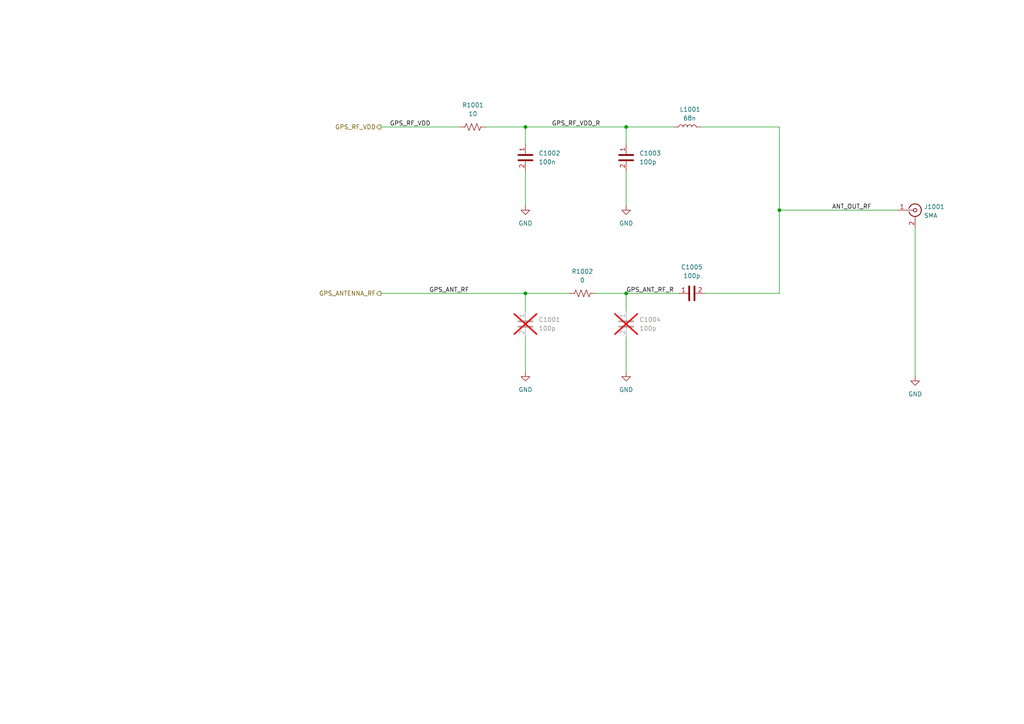
<source format=kicad_sch>
(kicad_sch (version 20250114) (generator "eeschema") (generator_version "9.0")
  (paper "A4")
  (lib_symbols
    (symbol "bfr_capacitors:0402CG101J500NT"
      (property "Reference" "C" (at 0 2.54 0))
      (property "Value" "100p" (at 1.27 2.54 0))
      (symbol "0402CG101J500NT_0_1"
        (polyline (pts (xy -2.032 0.762) (xy 2.032 0.762)) (stroke (width 0.508)))
        (polyline (pts (xy -2.032 -0.762) (xy 2.032 -0.762)) (stroke (width 0.508)))
      )
      (symbol "0402CG101J500NT_1_1"
        (pin passive line (at 0 3.81 270) (length 2.794) (name "~") (number "1"))
        (pin passive line (at 0 -3.81 90) (length 2.794) (name "~") (number "2"))
      )
    )
    (symbol "bfr_capacitors:CL05B104KB54PNC"
      (property "Reference" "C" (at 0 2.54 0))
      (property "Value" "100n" (at 1.27 2.54 0))
      (symbol "CL05B104KB54PNC_0_1"
        (polyline (pts (xy -2.032 0.762) (xy 2.032 0.762)) (stroke (width 0.508)))
        (polyline (pts (xy -2.032 -0.762) (xy 2.032 -0.762)) (stroke (width 0.508)))
      )
      (symbol "CL05B104KB54PNC_1_1"
        (pin passive line (at 0 3.81 270) (length 2.794) (name "~") (number "1"))
        (pin passive line (at 0 -3.81 90) (length 2.794) (name "~") (number "2"))
      )
    )
    (symbol "bfr_connectors:THT_SMA"
      (property "Reference" "J" (at 0 5.08 0))
      (property "Value" "SMA" (at 0 2.54 0))
      (symbol "THT_SMA_0_1"
        (polyline (pts (xy -2.54 0) (xy -0.508 0)))
        (arc (start 1.778 0) (mid 0.222 -1.8079) (end -1.778 -0.508) (stroke (width 0.254)))
        (arc (start -1.778 0.508) (mid 0.2221 1.8084) (end 1.778 0) (stroke (width 0.254)))
        (circle (center 0 0) (radius 0.508) (stroke (width 0.2032)))
        (polyline (pts (xy 0 -2.54) (xy 0 -1.778)))
      )
      (symbol "THT_SMA_1_1"
        (pin passive line (at -5.08 0 0) (length 2.54) (name "") (number "1"))
        (pin passive line (at 0 -5.08 90) (length 2.54) (name "") (number "2"))
      )
    )
    (symbol "bfr_inductors:LQW15AN68NG0ZD" (pin_numbers (hide yes)) (pin_names (offset 1.016) (hide yes))
      (property "Reference" "L" (at -2.794 2.286 0))
      (property "Value" "68n" (at 3.048 2.286 0))
      (symbol "LQW15AN68NG0ZD_0_1"
        (arc (start -2.54 0) (mid -1.905 0.6323) (end -1.27 0))
        (arc (start -1.27 0) (mid -0.635 0.6323) (end 0 0))
        (arc (start 0 0) (mid 0.635 0.6323) (end 1.27 0))
        (arc (start 1.27 0) (mid 1.905 0.6323) (end 2.54 0))
      )
      (symbol "LQW15AN68NG0ZD_1_1"
        (pin passive line (at -3.81 0 0) (length 1.27) (name "1") (number "1"))
        (pin passive line (at 3.81 0 180) (length 1.27) (name "2") (number "2"))
      )
    )
    (symbol "bfr_resistors:RMCF0402FT10R0" (pin_numbers (hide yes))
      (property "Reference" "R" (at 0 2.54 0))
      (property "Value" "10" (at 1.27 2.54 0))
      (symbol "RMCF0402FT10R0_0_1"
        (polyline (pts (xy -2.286 0) (xy -2.54 0)))
        (polyline (pts (xy -2.286 0) (xy -1.905 1.016) (xy -1.524 0) (xy -1.143 -1.016) (xy -0.762 0)))
        (polyline (pts (xy -0.762 0) (xy -0.381 1.016) (xy 0 0) (xy 0.381 -1.016) (xy 0.762 0)))
        (polyline (pts (xy 0.762 0) (xy 1.143 1.016) (xy 1.524 0) (xy 1.905 -1.016) (xy 2.286 0)))
        (polyline (pts (xy 2.286 0) (xy 2.54 0)))
      )
      (symbol "RMCF0402FT10R0_1_1"
        (pin passive line (at -3.81 0 0) (length 1.27) (name "~") (number "1"))
        (pin passive line (at 3.81 0 180) (length 1.27) (name "~") (number "2"))
      )
    )
    (symbol "bfr_resistors:RMCF0402ZT0R00" (pin_numbers (hide yes))
      (property "Reference" "R" (at 0 2.54 0))
      (property "Value" "0" (at 1.27 2.54 0))
      (symbol "RMCF0402ZT0R00_0_1"
        (polyline (pts (xy -2.286 0) (xy -2.54 0)))
        (polyline (pts (xy -2.286 0) (xy -1.905 1.016) (xy -1.524 0) (xy -1.143 -1.016) (xy -0.762 0)))
        (polyline (pts (xy -0.762 0) (xy -0.381 1.016) (xy 0 0) (xy 0.381 -1.016) (xy 0.762 0)))
        (polyline (pts (xy 0.762 0) (xy 1.143 1.016) (xy 1.524 0) (xy 1.905 -1.016) (xy 2.286 0)))
        (polyline (pts (xy 2.286 0) (xy 2.54 0)))
      )
      (symbol "RMCF0402ZT0R00_1_1"
        (pin passive line (at -3.81 0 0) (length 1.27) (name "~") (number "1"))
        (pin passive line (at 3.81 0 180) (length 1.27) (name "~") (number "2"))
      )
    )
    (symbol "power:GND" (power) (pin_numbers (hide yes)) (pin_names (offset 0) (hide yes))
      (property "Value" "GND" (at 0 -3.81 0))
      (symbol "GND_0_1"
        (polyline (pts (xy 0 0) (xy 0 -1.27) (xy 1.27 -1.27) (xy 0 -2.54) (xy -1.27 -1.27) (xy 0 -1.27)))
      )
      (symbol "GND_1_1"
        (pin power_in line (at 0 0 270) (length 0) (name "~") (number "1"))
      )
    )
  )
  (junction (at 152.4 85.09))
  (junction (at 152.4 36.83))
  (junction (at 181.61 85.09))
  (junction (at 181.61 36.83))
  (junction (at 226.06 60.96))
  (wire (pts (xy 181.61 49.53) (xy 181.61 59.69)))
  (wire (pts (xy 181.61 85.09) (xy 196.85 85.09)))
  (wire (pts (xy 181.61 36.83) (xy 195.58 36.83)))
  (wire (pts (xy 152.4 49.53) (xy 152.4 59.69)))
  (wire (pts (xy 181.61 85.09) (xy 172.72 85.09)))
  (wire (pts (xy 152.4 85.09) (xy 152.4 90.17)))
  (wire (pts (xy 203.2 36.83) (xy 226.06 36.83)))
  (wire (pts (xy 181.61 90.17) (xy 181.61 85.09)))
  (wire (pts (xy 110.49 85.09) (xy 152.4 85.09)))
  (wire (pts (xy 226.06 60.96) (xy 260.35 60.96)))
  (wire (pts (xy 140.97 36.83) (xy 152.4 36.83)))
  (wire (pts (xy 181.61 97.79) (xy 181.61 107.95)))
  (wire (pts (xy 181.61 41.91) (xy 181.61 36.83)))
  (wire (pts (xy 152.4 85.09) (xy 165.1 85.09)))
  (wire (pts (xy 152.4 97.79) (xy 152.4 107.95)))
  (wire (pts (xy 265.43 66.04) (xy 265.43 109.22)))
  (wire (pts (xy 110.49 36.83) (xy 133.35 36.83)))
  (wire (pts (xy 152.4 36.83) (xy 181.61 36.83)))
  (wire (pts (xy 152.4 36.83) (xy 152.4 41.91)))
  (wire (pts (xy 226.06 60.96) (xy 226.06 85.09)))
  (wire (pts (xy 226.06 85.09) (xy 204.47 85.09)))
  (wire (pts (xy 226.06 36.83) (xy 226.06 60.96)))
  (label "GPS_RF_VDD" (at 113.03 36.83 0))
  (label "GPS_ANT_RF_R" (at 181.61 85.09 0))
  (label "ANT_OUT_RF" (at 241.3 60.96 0))
  (label "GPS_RF_VDD_R" (at 160.02 36.83 0))
  (label "GPS_ANT_RF" (at 124.46 85.09 0))
  (hierarchical_label "GPS_ANTENNA_RF" (shape output) (at 110.49 85.09 180))
  (hierarchical_label "GPS_RF_VDD" (shape output) (at 110.49 36.83 180))
  (symbol (lib_id "bfr_inductors:LQW15AN68NG0ZD") (at 199.39 36.83 0) (mirror y) (unit 1)
    (property "Reference" "L1001" (at 203.2 31.75 0) (effects (justify left)))
    (property "Value" "68n" (at 201.93 34.29 0) (effects (justify left)))
    (property "Footprint" "Inductor_SMD:L_0402_1005Metric_Pad0.77x0.64mm_HandSolder" (effects (hide yes)))
    (property "Datasheet" "https://www.mouser.com/datasheet/3/76/2/JELF243A_9114.pdf\\" (effects (hide yes)))
    (property "Description" "68nH 140mA 0402 RF Inductor, 2.5GHz SRF, GPS, GNSS, Q=20, 1.96R" (effects (hide yes)))
    (property "Manufacturer P/N" "LQW15AN68NG0ZD" (effects (hide yes)))
    (property "Sim.Device" "SUBCKT" (effects (hide yes)))
    (property "Sim.Pins" "1=P1 2=P2" (effects (hide yes)))
    (property "Manufacturer" "Murata Electronics" (effects (hide yes)))
    (property "Sim.Library" "${BFRUH_DIR}\\Electronics\\spice_models\\bfr_inductors\\DFE322512F-100M.lib" (effects (hide yes)))
    (property "Digikey P/N" "490-17700-2-ND" (effects (hide yes)))
    (property "Mouser P/N" "81-LQW15AN68NG0ZD" (effects (hide yes)))
    (property "Sim.Name" "DFE322512F-100M" (effects (hide yes)))
    (property "Pretty Name" "10uH 1.1A Inductor" (effects (hide yes)))
    (property "LCSC P/N" "C2044127" (effects (hide yes)))
    (property "JLC Basic Part" "No" (effects (hide yes)))
    (property "Order From" "Mouser" (effects (hide yes)))
    (property "Created By" "Tony" (effects (hide yes)))
    (property "JLCPCB Basic Part" "No" (effects (hide yes)))
    (property "Created by" "Manual entry" (effects (hide yes)))
  )
  (symbol (lib_id "power:GND") (at 181.61 107.95 0) (unit 1)
    (property "Reference" "#PWR01002" (effects (hide yes)))
    (property "Value" "GND" (at 181.61 113.03 0))
    (property "Description" "Power symbol creates a global label with name \"GND\" , ground" (effects (hide yes)))
  )
  (symbol (lib_id "bfr_capacitors:0402CG101J500NT") (at 181.61 93.98 0) (unit 1) (dnp yes)
    (property "Reference" "C1004" (at 185.42 92.7099 0) (effects (justify left)))
    (property "Value" "100p" (at 185.42 95.2499 0) (effects (justify left)))
    (property "Footprint" "Capacitor_SMD:C_0402_1005Metric_Pad0.74x0.62mm_HandSolder" (effects (hide yes)))
    (property "Description" "100pF±5% C0G 50V JLCPCB Basic 0402 Capacitor" (effects (hide yes)))
    (property "Sim.Device" "SUBCKT" (effects (hide yes)))
    (property "Sim.Pins" "1=P1 2=P2" (effects (hide yes)))
    (property "Sim.Library" "${BFRUH_DIR}/Electronics/spice_models/bfr_capacitors/0402CG101J500NT.lib" (effects (hide yes)))
    (property "Sim.Name" "0402CG101J500NT" (effects (hide yes)))
    (property "Pretty Name" "100pF C0G 50V 0402 Capacitor" (effects (hide yes)))
    (property "Order From" "LCSC" (effects (hide yes)))
    (property "LCSC P/N" "C1546" (effects (hide yes)))
    (property "JLCPCB Basic Part" "Yes" (effects (hide yes)))
    (property "Created by" "capacitor_generator.py script using jlcbasic_additional_capacitor_spec.txt" (effects (hide yes)))
  )
  (symbol (lib_id "bfr_resistors:RMCF0402FT10R0") (at 137.16 36.83 0) (unit 1)
    (property "Reference" "R1001" (at 137.16 30.48 0))
    (property "Value" "10" (at 137.16 33.02 0))
    (property "Footprint" "Resistor_SMD:R_0402_1005Metric_Pad0.72x0.64mm_HandSolder" (effects (hide yes)))
    (property "Datasheet" "https://www.seielect.com/catalog/sei-rmcf_rmcp.pdf" (effects (hide yes)))
    (property "Description" "10Ω 0402 JLCPCB Basic Resistor" (effects (hide yes)))
    (property "Sim.Device" "SUBCKT" (effects (hide yes)))
    (property "Sim.Pins" "1=P1 2=P2" (effects (hide yes)))
    (property "Sim.Library" "${BFRUH_DIR}/Electronics/spice_models/bfr_resistors/RMCF0402FT10R0.lib" (effects (hide yes)))
    (property "Sim.Name" "RMCF0402FT10R0" (effects (hide yes)))
    (property "Pretty Name" "10Ω 0402 Resistor" (effects (hide yes)))
    (property "Order From" "LCSC" (effects (hide yes)))
    (property "Digikey P/N" "RMCF0402FT10R0CT-ND" (effects (hide yes)))
    (property "Mouser P/N" "708-RMCF0402FT10R0" (effects (hide yes)))
    (property "LCSC P/N" "C25077" (effects (hide yes)))
    (property "JLCPCB Basic Part" "Yes" (effects (hide yes)))
    (property "Created by" "resistor_generator.py script using jlcbasic_0402_1206_resistor_spec.txt" (effects (hide yes)))
  )
  (symbol (lib_id "power:GND") (at 181.61 59.69 0) (unit 1)
    (property "Reference" "#PWR01003" (effects (hide yes)))
    (property "Value" "GND" (at 181.61 64.77 0))
    (property "Description" "Power symbol creates a global label with name \"GND\" , ground" (effects (hide yes)))
  )
  (symbol (lib_id "power:GND") (at 152.4 59.69 0) (unit 1)
    (property "Reference" "#PWR01004" (effects (hide yes)))
    (property "Value" "GND" (at 152.4 64.77 0))
    (property "Description" "Power symbol creates a global label with name \"GND\" , ground" (effects (hide yes)))
  )
  (symbol (lib_id "bfr_capacitors:0402CG101J500NT") (at 152.4 93.98 0) (unit 1) (dnp yes)
    (property "Reference" "C1001" (at 156.21 92.7099 0) (effects (justify left)))
    (property "Value" "100p" (at 156.21 95.2499 0) (effects (justify left)))
    (property "Footprint" "Capacitor_SMD:C_0402_1005Metric_Pad0.74x0.62mm_HandSolder" (effects (hide yes)))
    (property "Description" "100pF±5% C0G 50V JLCPCB Basic 0402 Capacitor" (effects (hide yes)))
    (property "Sim.Device" "SUBCKT" (effects (hide yes)))
    (property "Sim.Pins" "1=P1 2=P2" (effects (hide yes)))
    (property "Sim.Library" "${BFRUH_DIR}/Electronics/spice_models/bfr_capacitors/0402CG101J500NT.lib" (effects (hide yes)))
    (property "Sim.Name" "0402CG101J500NT" (effects (hide yes)))
    (property "Pretty Name" "100pF C0G 50V 0402 Capacitor" (effects (hide yes)))
    (property "Order From" "LCSC" (effects (hide yes)))
    (property "LCSC P/N" "C1546" (effects (hide yes)))
    (property "JLCPCB Basic Part" "Yes" (effects (hide yes)))
    (property "Created by" "capacitor_generator.py script using jlcbasic_additional_capacitor_spec.txt" (effects (hide yes)))
  )
  (symbol (lib_id "bfr_capacitors:CL05B104KB54PNC") (at 152.4 45.72 0) (unit 1)
    (property "Reference" "C1002" (at 156.21 44.4499 0) (effects (justify left)))
    (property "Value" "100n" (at 156.21 46.9899 0) (effects (justify left)))
    (property "Footprint" "Capacitor_SMD:C_0402_1005Metric_Pad0.74x0.62mm_HandSolder" (effects (hide yes)))
    (property "Description" "100nF±10% X7R 50V JLCPCB Basic 0402 Capacitor" (effects (hide yes)))
    (property "Sim.Device" "SUBCKT" (effects (hide yes)))
    (property "Sim.Pins" "1=P1 2=P2" (effects (hide yes)))
    (property "Sim.Library" "${BFRUH_DIR}/Electronics/spice_models/bfr_capacitors/CL05B104KB54PNC.lib" (effects (hide yes)))
    (property "Sim.Name" "CL05B104KB54PNC" (effects (hide yes)))
    (property "Pretty Name" "100nF X7R 50V 0402 Capacitor" (effects (hide yes)))
    (property "Order From" "LCSC" (effects (hide yes)))
    (property "LCSC P/N" "C307331" (effects (hide yes)))
    (property "JLCPCB Basic Part" "Yes" (effects (hide yes)))
    (property "Created by" "capacitor_generator.py script using jlcbasic_additional_capacitor_spec.txt" (effects (hide yes)))
  )
  (symbol (lib_id "power:GND") (at 152.4 107.95 0) (unit 1)
    (property "Reference" "#PWR01001" (effects (hide yes)))
    (property "Value" "GND" (at 152.4 113.03 0))
    (property "Description" "Power symbol creates a global label with name \"GND\" , ground" (effects (hide yes)))
  )
  (symbol (lib_id "power:GND") (at 265.43 109.22 0) (unit 1)
    (property "Reference" "#PWR01005" (effects (hide yes)))
    (property "Value" "GND" (at 265.43 114.3 0))
    (property "Description" "Power symbol creates a global label with name \"GND\" , ground" (effects (hide yes)))
  )
  (symbol (lib_id "bfr_connectors:THT_SMA") (at 265.43 60.96 0) (unit 1)
    (property "Reference" "J1001" (at 267.97 59.9831 0) (effects (justify left)))
    (property "Value" "SMA" (at 267.97 62.5231 0) (effects (justify left)))
    (property "Footprint" "bfr_connectors:THT SMA" (effects (hide yes)))
    (property "Datasheet" "https://suddendocs.samtec.com/prints/sma-j-p-x-st-em1-mkt.pdf" (effects (hide yes)))
    (property "Description" "THT Board MountSMA Coaxial connector" (effects (hide yes)))
    (property "Manufacturer P/N" "SMA-J-P-H-ST-TH1" (effects (hide yes)))
    (property "Manufacturer" "Samtec Inc." (effects (hide yes)))
    (property "Digikey P/N" "SAM8971-ND" (effects (hide yes)))
    (property "Mouser P/N" "200-SMAJPHSTTH1" (effects (hide yes)))
    (property "LCSC P/N" "C5199904" (effects (hide yes)))
    (property "JLC Basic Part" "No" (effects (hide yes)))
    (property "Order From" "Digikey" (effects (hide yes)))
    (property "Created By" "Tony" (effects (hide yes)))
  )
  (symbol (lib_id "bfr_capacitors:0402CG101J500NT") (at 200.66 85.09 90) (unit 1)
    (property "Reference" "C1005" (at 200.66 77.47 90))
    (property "Value" "100p" (at 200.66 80.01 90))
    (property "Footprint" "Capacitor_SMD:C_0402_1005Metric_Pad0.74x0.62mm_HandSolder" (effects (hide yes)))
    (property "Description" "100pF±5% C0G 50V JLCPCB Basic 0402 Capacitor" (effects (hide yes)))
    (property "Sim.Device" "SUBCKT" (effects (hide yes)))
    (property "Sim.Pins" "1=P1 2=P2" (effects (hide yes)))
    (property "Sim.Library" "${BFRUH_DIR}/Electronics/spice_models/bfr_capacitors/0402CG101J500NT.lib" (effects (hide yes)))
    (property "Sim.Name" "0402CG101J500NT" (effects (hide yes)))
    (property "Pretty Name" "100pF C0G 50V 0402 Capacitor" (effects (hide yes)))
    (property "Order From" "LCSC" (effects (hide yes)))
    (property "LCSC P/N" "C1546" (effects (hide yes)))
    (property "JLCPCB Basic Part" "Yes" (effects (hide yes)))
    (property "Created by" "capacitor_generator.py script using jlcbasic_additional_capacitor_spec.txt" (effects (hide yes)))
  )
  (symbol (lib_id "bfr_capacitors:0402CG101J500NT") (at 181.61 45.72 0) (unit 1)
    (property "Reference" "C1003" (at 185.42 44.4499 0) (effects (justify left)))
    (property "Value" "100p" (at 185.42 46.9899 0) (effects (justify left)))
    (property "Footprint" "Capacitor_SMD:C_0402_1005Metric_Pad0.74x0.62mm_HandSolder" (effects (hide yes)))
    (property "Description" "100pF±5% C0G 50V JLCPCB Basic 0402 Capacitor" (effects (hide yes)))
    (property "Sim.Device" "SUBCKT" (effects (hide yes)))
    (property "Sim.Pins" "1=P1 2=P2" (effects (hide yes)))
    (property "Sim.Library" "${BFRUH_DIR}/Electronics/spice_models/bfr_capacitors/0402CG101J500NT.lib" (effects (hide yes)))
    (property "Sim.Name" "0402CG101J500NT" (effects (hide yes)))
    (property "Pretty Name" "100pF C0G 50V 0402 Capacitor" (effects (hide yes)))
    (property "Order From" "LCSC" (effects (hide yes)))
    (property "LCSC P/N" "C1546" (effects (hide yes)))
    (property "JLCPCB Basic Part" "Yes" (effects (hide yes)))
    (property "Created by" "capacitor_generator.py script using jlcbasic_additional_capacitor_spec.txt" (effects (hide yes)))
  )
  (symbol (lib_id "bfr_resistors:RMCF0402ZT0R00") (at 168.91 85.09 0) (unit 1)
    (property "Reference" "R1002" (at 168.91 78.74 0))
    (property "Value" "0" (at 168.91 81.28 0))
    (property "Footprint" "Resistor_SMD:R_0402_1005Metric_Pad0.72x0.64mm_HandSolder" (effects (hide yes)))
    (property "Datasheet" "https://www.seielect.com/catalog/sei-rmcf_rmcp.pdf" (effects (hide yes)))
    (property "Description" "0Ω 0402 JLCPCB Basic Resistor" (effects (hide yes)))
    (property "Sim.Device" "SUBCKT" (effects (hide yes)))
    (property "Sim.Pins" "1=P1 2=P2" (effects (hide yes)))
    (property "Sim.Library" "${BFRUH_DIR}/Electronics/spice_models/bfr_resistors/RMCF0402ZT0R00.lib" (effects (hide yes)))
    (property "Sim.Name" "RMCF0402ZT0R00" (effects (hide yes)))
    (property "Pretty Name" "0Ω 0402 Resistor" (effects (hide yes)))
    (property "Order From" "LCSC" (effects (hide yes)))
    (property "Digikey P/N" "RMCF0402ZT0R00CT-ND" (effects (hide yes)))
    (property "Mouser P/N" "708-RMCF0402ZT0R00" (effects (hide yes)))
    (property "LCSC P/N" "C17168" (effects (hide yes)))
    (property "JLCPCB Basic Part" "Yes" (effects (hide yes)))
    (property "Created by" "resistor_generator.py script using jlcbasic_0402_1206_resistor_spec.txt" (effects (hide yes)))
  )
)
</source>
